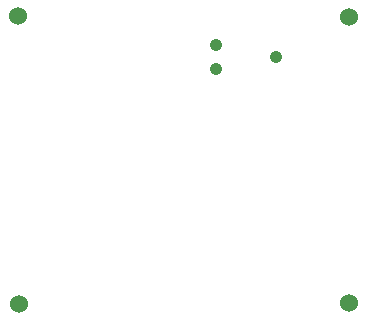
<source format=gbr>
%TF.GenerationSoftware,Altium Limited,Altium Designer,25.4.2 (15)*%
G04 Layer_Color=255*
%FSLAX45Y45*%
%MOMM*%
%TF.SameCoordinates,67C836F6-C9C3-4B7B-B257-39D1A88473F1*%
%TF.FilePolarity,Positive*%
%TF.FileFunction,Pads,Bot*%
%TF.Part,Single*%
G01*
G75*
%TA.AperFunction,WasherPad*%
%ADD39C,1.52400*%
%TA.AperFunction,ComponentPad*%
%ADD40C,1.06700*%
D39*
X8452500Y8450000D02*
D03*
X11257500Y6025000D02*
D03*
X11255000Y8445000D02*
D03*
X8465000Y6012500D02*
D03*
D40*
X10129000Y8208100D02*
D03*
Y8004900D02*
D03*
X10637000Y8106500D02*
D03*
%TF.MD5,abcd6e1f70f567ec96468917cc82a36c*%
M02*

</source>
